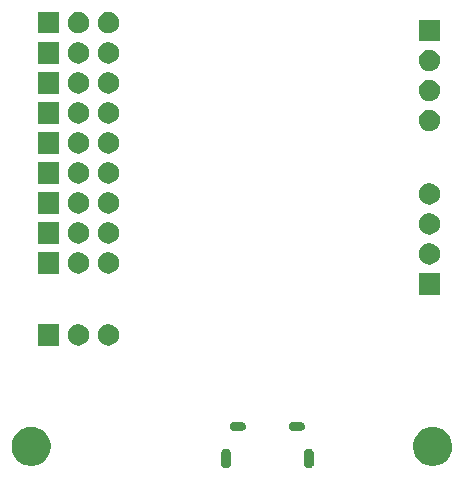
<source format=gbr>
G04 #@! TF.GenerationSoftware,KiCad,Pcbnew,(5.1.5)-3*
G04 #@! TF.CreationDate,2021-09-06T10:27:39+09:00*
G04 #@! TF.ProjectId,MKSP32_v2,4d4b5350-3332-45f7-9632-2e6b69636164,rev?*
G04 #@! TF.SameCoordinates,Original*
G04 #@! TF.FileFunction,Soldermask,Bot*
G04 #@! TF.FilePolarity,Negative*
%FSLAX46Y46*%
G04 Gerber Fmt 4.6, Leading zero omitted, Abs format (unit mm)*
G04 Created by KiCad (PCBNEW (5.1.5)-3) date 2021-09-06 10:27:39*
%MOMM*%
%LPD*%
G04 APERTURE LIST*
%ADD10C,0.100000*%
G04 APERTURE END LIST*
D10*
G36*
X96585960Y-79180345D02*
G01*
X96647111Y-79198895D01*
X96668621Y-79205420D01*
X96744795Y-79246136D01*
X96811567Y-79300933D01*
X96866364Y-79367705D01*
X96907080Y-79443878D01*
X96913605Y-79465388D01*
X96932155Y-79526539D01*
X96938500Y-79590964D01*
X96938500Y-80409036D01*
X96932155Y-80473461D01*
X96913605Y-80534612D01*
X96907080Y-80556122D01*
X96866364Y-80632295D01*
X96811567Y-80699067D01*
X96744795Y-80753864D01*
X96668622Y-80794580D01*
X96647112Y-80801105D01*
X96585961Y-80819655D01*
X96500000Y-80828121D01*
X96414040Y-80819655D01*
X96352889Y-80801105D01*
X96331379Y-80794580D01*
X96255206Y-80753864D01*
X96188434Y-80699067D01*
X96133637Y-80632295D01*
X96092919Y-80556118D01*
X96067845Y-80473462D01*
X96061500Y-80409037D01*
X96061500Y-79590964D01*
X96067845Y-79526542D01*
X96067845Y-79526540D01*
X96092919Y-79443883D01*
X96092920Y-79443879D01*
X96133636Y-79367705D01*
X96188433Y-79300933D01*
X96255205Y-79246136D01*
X96331378Y-79205420D01*
X96352888Y-79198895D01*
X96414039Y-79180345D01*
X96500000Y-79171879D01*
X96585960Y-79180345D01*
G37*
G36*
X103585960Y-79180345D02*
G01*
X103647111Y-79198895D01*
X103668621Y-79205420D01*
X103744795Y-79246136D01*
X103811567Y-79300933D01*
X103866364Y-79367705D01*
X103907080Y-79443878D01*
X103913605Y-79465388D01*
X103932155Y-79526539D01*
X103938500Y-79590964D01*
X103938500Y-80409036D01*
X103932155Y-80473461D01*
X103913605Y-80534612D01*
X103907080Y-80556122D01*
X103866364Y-80632295D01*
X103811567Y-80699067D01*
X103744795Y-80753864D01*
X103668622Y-80794580D01*
X103647112Y-80801105D01*
X103585961Y-80819655D01*
X103500000Y-80828121D01*
X103414040Y-80819655D01*
X103352889Y-80801105D01*
X103331379Y-80794580D01*
X103255206Y-80753864D01*
X103188434Y-80699067D01*
X103133637Y-80632295D01*
X103092919Y-80556118D01*
X103067845Y-80473462D01*
X103061500Y-80409037D01*
X103061500Y-79590964D01*
X103067845Y-79526542D01*
X103067845Y-79526540D01*
X103092919Y-79443883D01*
X103092920Y-79443879D01*
X103133636Y-79367705D01*
X103188433Y-79300933D01*
X103255205Y-79246136D01*
X103331378Y-79205420D01*
X103352888Y-79198895D01*
X103414039Y-79180345D01*
X103500000Y-79171879D01*
X103585960Y-79180345D01*
G37*
G36*
X114375256Y-77391298D02*
G01*
X114481579Y-77412447D01*
X114782042Y-77536903D01*
X115052451Y-77717585D01*
X115282415Y-77947549D01*
X115282416Y-77947551D01*
X115463098Y-78217960D01*
X115587553Y-78518422D01*
X115651000Y-78837389D01*
X115651000Y-79162611D01*
X115610204Y-79367704D01*
X115587553Y-79481579D01*
X115463097Y-79782042D01*
X115282415Y-80052451D01*
X115052451Y-80282415D01*
X114782042Y-80463097D01*
X114481579Y-80587553D01*
X114375256Y-80608702D01*
X114162611Y-80651000D01*
X113837389Y-80651000D01*
X113624744Y-80608702D01*
X113518421Y-80587553D01*
X113217958Y-80463097D01*
X112947549Y-80282415D01*
X112717585Y-80052451D01*
X112536903Y-79782042D01*
X112412447Y-79481579D01*
X112389796Y-79367704D01*
X112349000Y-79162611D01*
X112349000Y-78837389D01*
X112412447Y-78518422D01*
X112536902Y-78217960D01*
X112717584Y-77947551D01*
X112717585Y-77947549D01*
X112947549Y-77717585D01*
X113217958Y-77536903D01*
X113518421Y-77412447D01*
X113624744Y-77391298D01*
X113837389Y-77349000D01*
X114162611Y-77349000D01*
X114375256Y-77391298D01*
G37*
G36*
X80375256Y-77391298D02*
G01*
X80481579Y-77412447D01*
X80782042Y-77536903D01*
X81052451Y-77717585D01*
X81282415Y-77947549D01*
X81282416Y-77947551D01*
X81463098Y-78217960D01*
X81587553Y-78518422D01*
X81651000Y-78837389D01*
X81651000Y-79162611D01*
X81610204Y-79367704D01*
X81587553Y-79481579D01*
X81463097Y-79782042D01*
X81282415Y-80052451D01*
X81052451Y-80282415D01*
X80782042Y-80463097D01*
X80481579Y-80587553D01*
X80375256Y-80608702D01*
X80162611Y-80651000D01*
X79837389Y-80651000D01*
X79624744Y-80608702D01*
X79518421Y-80587553D01*
X79217958Y-80463097D01*
X78947549Y-80282415D01*
X78717585Y-80052451D01*
X78536903Y-79782042D01*
X78412447Y-79481579D01*
X78389796Y-79367704D01*
X78349000Y-79162611D01*
X78349000Y-78837389D01*
X78412447Y-78518422D01*
X78536902Y-78217960D01*
X78717584Y-77947551D01*
X78717585Y-77947549D01*
X78947549Y-77717585D01*
X79217958Y-77536903D01*
X79518421Y-77412447D01*
X79624744Y-77391298D01*
X79837389Y-77349000D01*
X80162611Y-77349000D01*
X80375256Y-77391298D01*
G37*
G36*
X97898710Y-76929440D02*
G01*
X97969585Y-76950940D01*
X98034904Y-76985854D01*
X98092159Y-77032841D01*
X98139146Y-77090096D01*
X98174060Y-77155415D01*
X98195560Y-77226290D01*
X98202819Y-77300000D01*
X98195560Y-77373710D01*
X98174060Y-77444585D01*
X98139146Y-77509904D01*
X98092159Y-77567159D01*
X98034904Y-77614146D01*
X97969585Y-77649060D01*
X97898710Y-77670560D01*
X97843472Y-77676000D01*
X97156528Y-77676000D01*
X97101290Y-77670560D01*
X97030415Y-77649060D01*
X96965096Y-77614146D01*
X96907841Y-77567159D01*
X96860854Y-77509904D01*
X96825940Y-77444585D01*
X96804440Y-77373710D01*
X96797181Y-77300000D01*
X96804440Y-77226290D01*
X96825940Y-77155415D01*
X96860854Y-77090096D01*
X96907841Y-77032841D01*
X96965096Y-76985854D01*
X97030415Y-76950940D01*
X97101290Y-76929440D01*
X97156528Y-76924000D01*
X97843472Y-76924000D01*
X97898710Y-76929440D01*
G37*
G36*
X102898710Y-76929440D02*
G01*
X102969585Y-76950940D01*
X103034904Y-76985854D01*
X103092159Y-77032841D01*
X103139146Y-77090096D01*
X103174060Y-77155415D01*
X103195560Y-77226290D01*
X103202819Y-77300000D01*
X103195560Y-77373710D01*
X103174060Y-77444585D01*
X103139146Y-77509904D01*
X103092159Y-77567159D01*
X103034904Y-77614146D01*
X102969585Y-77649060D01*
X102898710Y-77670560D01*
X102843472Y-77676000D01*
X102156528Y-77676000D01*
X102101290Y-77670560D01*
X102030415Y-77649060D01*
X101965096Y-77614146D01*
X101907841Y-77567159D01*
X101860854Y-77509904D01*
X101825940Y-77444585D01*
X101804440Y-77373710D01*
X101797181Y-77300000D01*
X101804440Y-77226290D01*
X101825940Y-77155415D01*
X101860854Y-77090096D01*
X101907841Y-77032841D01*
X101965096Y-76985854D01*
X102030415Y-76950940D01*
X102101290Y-76929440D01*
X102156528Y-76924000D01*
X102843472Y-76924000D01*
X102898710Y-76929440D01*
G37*
G36*
X82359000Y-70459000D02*
G01*
X80557000Y-70459000D01*
X80557000Y-68657000D01*
X82359000Y-68657000D01*
X82359000Y-70459000D01*
G37*
G36*
X86651512Y-68661927D02*
G01*
X86800812Y-68691624D01*
X86964784Y-68759544D01*
X87112354Y-68858147D01*
X87237853Y-68983646D01*
X87336456Y-69131216D01*
X87404376Y-69295188D01*
X87439000Y-69469259D01*
X87439000Y-69646741D01*
X87404376Y-69820812D01*
X87336456Y-69984784D01*
X87237853Y-70132354D01*
X87112354Y-70257853D01*
X86964784Y-70356456D01*
X86800812Y-70424376D01*
X86651512Y-70454073D01*
X86626742Y-70459000D01*
X86449258Y-70459000D01*
X86424488Y-70454073D01*
X86275188Y-70424376D01*
X86111216Y-70356456D01*
X85963646Y-70257853D01*
X85838147Y-70132354D01*
X85739544Y-69984784D01*
X85671624Y-69820812D01*
X85637000Y-69646741D01*
X85637000Y-69469259D01*
X85671624Y-69295188D01*
X85739544Y-69131216D01*
X85838147Y-68983646D01*
X85963646Y-68858147D01*
X86111216Y-68759544D01*
X86275188Y-68691624D01*
X86424488Y-68661927D01*
X86449258Y-68657000D01*
X86626742Y-68657000D01*
X86651512Y-68661927D01*
G37*
G36*
X84111512Y-68661927D02*
G01*
X84260812Y-68691624D01*
X84424784Y-68759544D01*
X84572354Y-68858147D01*
X84697853Y-68983646D01*
X84796456Y-69131216D01*
X84864376Y-69295188D01*
X84899000Y-69469259D01*
X84899000Y-69646741D01*
X84864376Y-69820812D01*
X84796456Y-69984784D01*
X84697853Y-70132354D01*
X84572354Y-70257853D01*
X84424784Y-70356456D01*
X84260812Y-70424376D01*
X84111512Y-70454073D01*
X84086742Y-70459000D01*
X83909258Y-70459000D01*
X83884488Y-70454073D01*
X83735188Y-70424376D01*
X83571216Y-70356456D01*
X83423646Y-70257853D01*
X83298147Y-70132354D01*
X83199544Y-69984784D01*
X83131624Y-69820812D01*
X83097000Y-69646741D01*
X83097000Y-69469259D01*
X83131624Y-69295188D01*
X83199544Y-69131216D01*
X83298147Y-68983646D01*
X83423646Y-68858147D01*
X83571216Y-68759544D01*
X83735188Y-68691624D01*
X83884488Y-68661927D01*
X83909258Y-68657000D01*
X84086742Y-68657000D01*
X84111512Y-68661927D01*
G37*
G36*
X114617000Y-66141000D02*
G01*
X112815000Y-66141000D01*
X112815000Y-64339000D01*
X114617000Y-64339000D01*
X114617000Y-66141000D01*
G37*
G36*
X86651512Y-62565927D02*
G01*
X86800812Y-62595624D01*
X86964784Y-62663544D01*
X87112354Y-62762147D01*
X87237853Y-62887646D01*
X87336456Y-63035216D01*
X87404376Y-63199188D01*
X87439000Y-63373259D01*
X87439000Y-63550741D01*
X87404376Y-63724812D01*
X87336456Y-63888784D01*
X87237853Y-64036354D01*
X87112354Y-64161853D01*
X86964784Y-64260456D01*
X86800812Y-64328376D01*
X86651512Y-64358073D01*
X86626742Y-64363000D01*
X86449258Y-64363000D01*
X86424488Y-64358073D01*
X86275188Y-64328376D01*
X86111216Y-64260456D01*
X85963646Y-64161853D01*
X85838147Y-64036354D01*
X85739544Y-63888784D01*
X85671624Y-63724812D01*
X85637000Y-63550741D01*
X85637000Y-63373259D01*
X85671624Y-63199188D01*
X85739544Y-63035216D01*
X85838147Y-62887646D01*
X85963646Y-62762147D01*
X86111216Y-62663544D01*
X86275188Y-62595624D01*
X86424488Y-62565927D01*
X86449258Y-62561000D01*
X86626742Y-62561000D01*
X86651512Y-62565927D01*
G37*
G36*
X84111512Y-62565927D02*
G01*
X84260812Y-62595624D01*
X84424784Y-62663544D01*
X84572354Y-62762147D01*
X84697853Y-62887646D01*
X84796456Y-63035216D01*
X84864376Y-63199188D01*
X84899000Y-63373259D01*
X84899000Y-63550741D01*
X84864376Y-63724812D01*
X84796456Y-63888784D01*
X84697853Y-64036354D01*
X84572354Y-64161853D01*
X84424784Y-64260456D01*
X84260812Y-64328376D01*
X84111512Y-64358073D01*
X84086742Y-64363000D01*
X83909258Y-64363000D01*
X83884488Y-64358073D01*
X83735188Y-64328376D01*
X83571216Y-64260456D01*
X83423646Y-64161853D01*
X83298147Y-64036354D01*
X83199544Y-63888784D01*
X83131624Y-63724812D01*
X83097000Y-63550741D01*
X83097000Y-63373259D01*
X83131624Y-63199188D01*
X83199544Y-63035216D01*
X83298147Y-62887646D01*
X83423646Y-62762147D01*
X83571216Y-62663544D01*
X83735188Y-62595624D01*
X83884488Y-62565927D01*
X83909258Y-62561000D01*
X84086742Y-62561000D01*
X84111512Y-62565927D01*
G37*
G36*
X82359000Y-64363000D02*
G01*
X80557000Y-64363000D01*
X80557000Y-62561000D01*
X82359000Y-62561000D01*
X82359000Y-64363000D01*
G37*
G36*
X113829512Y-61803927D02*
G01*
X113978812Y-61833624D01*
X114142784Y-61901544D01*
X114290354Y-62000147D01*
X114415853Y-62125646D01*
X114514456Y-62273216D01*
X114582376Y-62437188D01*
X114617000Y-62611259D01*
X114617000Y-62788741D01*
X114582376Y-62962812D01*
X114514456Y-63126784D01*
X114415853Y-63274354D01*
X114290354Y-63399853D01*
X114142784Y-63498456D01*
X113978812Y-63566376D01*
X113829512Y-63596073D01*
X113804742Y-63601000D01*
X113627258Y-63601000D01*
X113602488Y-63596073D01*
X113453188Y-63566376D01*
X113289216Y-63498456D01*
X113141646Y-63399853D01*
X113016147Y-63274354D01*
X112917544Y-63126784D01*
X112849624Y-62962812D01*
X112815000Y-62788741D01*
X112815000Y-62611259D01*
X112849624Y-62437188D01*
X112917544Y-62273216D01*
X113016147Y-62125646D01*
X113141646Y-62000147D01*
X113289216Y-61901544D01*
X113453188Y-61833624D01*
X113602488Y-61803927D01*
X113627258Y-61799000D01*
X113804742Y-61799000D01*
X113829512Y-61803927D01*
G37*
G36*
X82359000Y-61823000D02*
G01*
X80557000Y-61823000D01*
X80557000Y-60021000D01*
X82359000Y-60021000D01*
X82359000Y-61823000D01*
G37*
G36*
X86651512Y-60025927D02*
G01*
X86800812Y-60055624D01*
X86964784Y-60123544D01*
X87112354Y-60222147D01*
X87237853Y-60347646D01*
X87336456Y-60495216D01*
X87404376Y-60659188D01*
X87439000Y-60833259D01*
X87439000Y-61010741D01*
X87404376Y-61184812D01*
X87336456Y-61348784D01*
X87237853Y-61496354D01*
X87112354Y-61621853D01*
X86964784Y-61720456D01*
X86800812Y-61788376D01*
X86651512Y-61818073D01*
X86626742Y-61823000D01*
X86449258Y-61823000D01*
X86424488Y-61818073D01*
X86275188Y-61788376D01*
X86111216Y-61720456D01*
X85963646Y-61621853D01*
X85838147Y-61496354D01*
X85739544Y-61348784D01*
X85671624Y-61184812D01*
X85637000Y-61010741D01*
X85637000Y-60833259D01*
X85671624Y-60659188D01*
X85739544Y-60495216D01*
X85838147Y-60347646D01*
X85963646Y-60222147D01*
X86111216Y-60123544D01*
X86275188Y-60055624D01*
X86424488Y-60025927D01*
X86449258Y-60021000D01*
X86626742Y-60021000D01*
X86651512Y-60025927D01*
G37*
G36*
X84111512Y-60025927D02*
G01*
X84260812Y-60055624D01*
X84424784Y-60123544D01*
X84572354Y-60222147D01*
X84697853Y-60347646D01*
X84796456Y-60495216D01*
X84864376Y-60659188D01*
X84899000Y-60833259D01*
X84899000Y-61010741D01*
X84864376Y-61184812D01*
X84796456Y-61348784D01*
X84697853Y-61496354D01*
X84572354Y-61621853D01*
X84424784Y-61720456D01*
X84260812Y-61788376D01*
X84111512Y-61818073D01*
X84086742Y-61823000D01*
X83909258Y-61823000D01*
X83884488Y-61818073D01*
X83735188Y-61788376D01*
X83571216Y-61720456D01*
X83423646Y-61621853D01*
X83298147Y-61496354D01*
X83199544Y-61348784D01*
X83131624Y-61184812D01*
X83097000Y-61010741D01*
X83097000Y-60833259D01*
X83131624Y-60659188D01*
X83199544Y-60495216D01*
X83298147Y-60347646D01*
X83423646Y-60222147D01*
X83571216Y-60123544D01*
X83735188Y-60055624D01*
X83884488Y-60025927D01*
X83909258Y-60021000D01*
X84086742Y-60021000D01*
X84111512Y-60025927D01*
G37*
G36*
X113829512Y-59263927D02*
G01*
X113978812Y-59293624D01*
X114142784Y-59361544D01*
X114290354Y-59460147D01*
X114415853Y-59585646D01*
X114514456Y-59733216D01*
X114582376Y-59897188D01*
X114617000Y-60071259D01*
X114617000Y-60248741D01*
X114582376Y-60422812D01*
X114514456Y-60586784D01*
X114415853Y-60734354D01*
X114290354Y-60859853D01*
X114142784Y-60958456D01*
X113978812Y-61026376D01*
X113829512Y-61056073D01*
X113804742Y-61061000D01*
X113627258Y-61061000D01*
X113602488Y-61056073D01*
X113453188Y-61026376D01*
X113289216Y-60958456D01*
X113141646Y-60859853D01*
X113016147Y-60734354D01*
X112917544Y-60586784D01*
X112849624Y-60422812D01*
X112815000Y-60248741D01*
X112815000Y-60071259D01*
X112849624Y-59897188D01*
X112917544Y-59733216D01*
X113016147Y-59585646D01*
X113141646Y-59460147D01*
X113289216Y-59361544D01*
X113453188Y-59293624D01*
X113602488Y-59263927D01*
X113627258Y-59259000D01*
X113804742Y-59259000D01*
X113829512Y-59263927D01*
G37*
G36*
X86651512Y-57485927D02*
G01*
X86800812Y-57515624D01*
X86964784Y-57583544D01*
X87112354Y-57682147D01*
X87237853Y-57807646D01*
X87336456Y-57955216D01*
X87404376Y-58119188D01*
X87439000Y-58293259D01*
X87439000Y-58470741D01*
X87404376Y-58644812D01*
X87336456Y-58808784D01*
X87237853Y-58956354D01*
X87112354Y-59081853D01*
X86964784Y-59180456D01*
X86800812Y-59248376D01*
X86651512Y-59278073D01*
X86626742Y-59283000D01*
X86449258Y-59283000D01*
X86424488Y-59278073D01*
X86275188Y-59248376D01*
X86111216Y-59180456D01*
X85963646Y-59081853D01*
X85838147Y-58956354D01*
X85739544Y-58808784D01*
X85671624Y-58644812D01*
X85637000Y-58470741D01*
X85637000Y-58293259D01*
X85671624Y-58119188D01*
X85739544Y-57955216D01*
X85838147Y-57807646D01*
X85963646Y-57682147D01*
X86111216Y-57583544D01*
X86275188Y-57515624D01*
X86424488Y-57485927D01*
X86449258Y-57481000D01*
X86626742Y-57481000D01*
X86651512Y-57485927D01*
G37*
G36*
X82359000Y-59283000D02*
G01*
X80557000Y-59283000D01*
X80557000Y-57481000D01*
X82359000Y-57481000D01*
X82359000Y-59283000D01*
G37*
G36*
X84111512Y-57485927D02*
G01*
X84260812Y-57515624D01*
X84424784Y-57583544D01*
X84572354Y-57682147D01*
X84697853Y-57807646D01*
X84796456Y-57955216D01*
X84864376Y-58119188D01*
X84899000Y-58293259D01*
X84899000Y-58470741D01*
X84864376Y-58644812D01*
X84796456Y-58808784D01*
X84697853Y-58956354D01*
X84572354Y-59081853D01*
X84424784Y-59180456D01*
X84260812Y-59248376D01*
X84111512Y-59278073D01*
X84086742Y-59283000D01*
X83909258Y-59283000D01*
X83884488Y-59278073D01*
X83735188Y-59248376D01*
X83571216Y-59180456D01*
X83423646Y-59081853D01*
X83298147Y-58956354D01*
X83199544Y-58808784D01*
X83131624Y-58644812D01*
X83097000Y-58470741D01*
X83097000Y-58293259D01*
X83131624Y-58119188D01*
X83199544Y-57955216D01*
X83298147Y-57807646D01*
X83423646Y-57682147D01*
X83571216Y-57583544D01*
X83735188Y-57515624D01*
X83884488Y-57485927D01*
X83909258Y-57481000D01*
X84086742Y-57481000D01*
X84111512Y-57485927D01*
G37*
G36*
X113829512Y-56723927D02*
G01*
X113978812Y-56753624D01*
X114142784Y-56821544D01*
X114290354Y-56920147D01*
X114415853Y-57045646D01*
X114514456Y-57193216D01*
X114582376Y-57357188D01*
X114617000Y-57531259D01*
X114617000Y-57708741D01*
X114582376Y-57882812D01*
X114514456Y-58046784D01*
X114415853Y-58194354D01*
X114290354Y-58319853D01*
X114142784Y-58418456D01*
X113978812Y-58486376D01*
X113829512Y-58516073D01*
X113804742Y-58521000D01*
X113627258Y-58521000D01*
X113602488Y-58516073D01*
X113453188Y-58486376D01*
X113289216Y-58418456D01*
X113141646Y-58319853D01*
X113016147Y-58194354D01*
X112917544Y-58046784D01*
X112849624Y-57882812D01*
X112815000Y-57708741D01*
X112815000Y-57531259D01*
X112849624Y-57357188D01*
X112917544Y-57193216D01*
X113016147Y-57045646D01*
X113141646Y-56920147D01*
X113289216Y-56821544D01*
X113453188Y-56753624D01*
X113602488Y-56723927D01*
X113627258Y-56719000D01*
X113804742Y-56719000D01*
X113829512Y-56723927D01*
G37*
G36*
X86651512Y-54945927D02*
G01*
X86800812Y-54975624D01*
X86964784Y-55043544D01*
X87112354Y-55142147D01*
X87237853Y-55267646D01*
X87336456Y-55415216D01*
X87404376Y-55579188D01*
X87439000Y-55753259D01*
X87439000Y-55930741D01*
X87404376Y-56104812D01*
X87336456Y-56268784D01*
X87237853Y-56416354D01*
X87112354Y-56541853D01*
X86964784Y-56640456D01*
X86800812Y-56708376D01*
X86651512Y-56738073D01*
X86626742Y-56743000D01*
X86449258Y-56743000D01*
X86424488Y-56738073D01*
X86275188Y-56708376D01*
X86111216Y-56640456D01*
X85963646Y-56541853D01*
X85838147Y-56416354D01*
X85739544Y-56268784D01*
X85671624Y-56104812D01*
X85637000Y-55930741D01*
X85637000Y-55753259D01*
X85671624Y-55579188D01*
X85739544Y-55415216D01*
X85838147Y-55267646D01*
X85963646Y-55142147D01*
X86111216Y-55043544D01*
X86275188Y-54975624D01*
X86424488Y-54945927D01*
X86449258Y-54941000D01*
X86626742Y-54941000D01*
X86651512Y-54945927D01*
G37*
G36*
X84111512Y-54945927D02*
G01*
X84260812Y-54975624D01*
X84424784Y-55043544D01*
X84572354Y-55142147D01*
X84697853Y-55267646D01*
X84796456Y-55415216D01*
X84864376Y-55579188D01*
X84899000Y-55753259D01*
X84899000Y-55930741D01*
X84864376Y-56104812D01*
X84796456Y-56268784D01*
X84697853Y-56416354D01*
X84572354Y-56541853D01*
X84424784Y-56640456D01*
X84260812Y-56708376D01*
X84111512Y-56738073D01*
X84086742Y-56743000D01*
X83909258Y-56743000D01*
X83884488Y-56738073D01*
X83735188Y-56708376D01*
X83571216Y-56640456D01*
X83423646Y-56541853D01*
X83298147Y-56416354D01*
X83199544Y-56268784D01*
X83131624Y-56104812D01*
X83097000Y-55930741D01*
X83097000Y-55753259D01*
X83131624Y-55579188D01*
X83199544Y-55415216D01*
X83298147Y-55267646D01*
X83423646Y-55142147D01*
X83571216Y-55043544D01*
X83735188Y-54975624D01*
X83884488Y-54945927D01*
X83909258Y-54941000D01*
X84086742Y-54941000D01*
X84111512Y-54945927D01*
G37*
G36*
X82359000Y-56743000D02*
G01*
X80557000Y-56743000D01*
X80557000Y-54941000D01*
X82359000Y-54941000D01*
X82359000Y-56743000D01*
G37*
G36*
X84113512Y-52405927D02*
G01*
X84262812Y-52435624D01*
X84426784Y-52503544D01*
X84574354Y-52602147D01*
X84699853Y-52727646D01*
X84798456Y-52875216D01*
X84866376Y-53039188D01*
X84901000Y-53213259D01*
X84901000Y-53390741D01*
X84866376Y-53564812D01*
X84798456Y-53728784D01*
X84699853Y-53876354D01*
X84574354Y-54001853D01*
X84426784Y-54100456D01*
X84262812Y-54168376D01*
X84113512Y-54198073D01*
X84088742Y-54203000D01*
X83911258Y-54203000D01*
X83886488Y-54198073D01*
X83737188Y-54168376D01*
X83573216Y-54100456D01*
X83425646Y-54001853D01*
X83300147Y-53876354D01*
X83201544Y-53728784D01*
X83133624Y-53564812D01*
X83099000Y-53390741D01*
X83099000Y-53213259D01*
X83133624Y-53039188D01*
X83201544Y-52875216D01*
X83300147Y-52727646D01*
X83425646Y-52602147D01*
X83573216Y-52503544D01*
X83737188Y-52435624D01*
X83886488Y-52405927D01*
X83911258Y-52401000D01*
X84088742Y-52401000D01*
X84113512Y-52405927D01*
G37*
G36*
X86653512Y-52405927D02*
G01*
X86802812Y-52435624D01*
X86966784Y-52503544D01*
X87114354Y-52602147D01*
X87239853Y-52727646D01*
X87338456Y-52875216D01*
X87406376Y-53039188D01*
X87441000Y-53213259D01*
X87441000Y-53390741D01*
X87406376Y-53564812D01*
X87338456Y-53728784D01*
X87239853Y-53876354D01*
X87114354Y-54001853D01*
X86966784Y-54100456D01*
X86802812Y-54168376D01*
X86653512Y-54198073D01*
X86628742Y-54203000D01*
X86451258Y-54203000D01*
X86426488Y-54198073D01*
X86277188Y-54168376D01*
X86113216Y-54100456D01*
X85965646Y-54001853D01*
X85840147Y-53876354D01*
X85741544Y-53728784D01*
X85673624Y-53564812D01*
X85639000Y-53390741D01*
X85639000Y-53213259D01*
X85673624Y-53039188D01*
X85741544Y-52875216D01*
X85840147Y-52727646D01*
X85965646Y-52602147D01*
X86113216Y-52503544D01*
X86277188Y-52435624D01*
X86426488Y-52405927D01*
X86451258Y-52401000D01*
X86628742Y-52401000D01*
X86653512Y-52405927D01*
G37*
G36*
X82361000Y-54203000D02*
G01*
X80559000Y-54203000D01*
X80559000Y-52401000D01*
X82361000Y-52401000D01*
X82361000Y-54203000D01*
G37*
G36*
X113820769Y-50499188D02*
G01*
X113978812Y-50530624D01*
X114142784Y-50598544D01*
X114290354Y-50697147D01*
X114415853Y-50822646D01*
X114514456Y-50970216D01*
X114582376Y-51134188D01*
X114617000Y-51308259D01*
X114617000Y-51485741D01*
X114582376Y-51659812D01*
X114514456Y-51823784D01*
X114415853Y-51971354D01*
X114290354Y-52096853D01*
X114142784Y-52195456D01*
X113978812Y-52263376D01*
X113829512Y-52293073D01*
X113804742Y-52298000D01*
X113627258Y-52298000D01*
X113602488Y-52293073D01*
X113453188Y-52263376D01*
X113289216Y-52195456D01*
X113141646Y-52096853D01*
X113016147Y-51971354D01*
X112917544Y-51823784D01*
X112849624Y-51659812D01*
X112815000Y-51485741D01*
X112815000Y-51308259D01*
X112849624Y-51134188D01*
X112917544Y-50970216D01*
X113016147Y-50822646D01*
X113141646Y-50697147D01*
X113289216Y-50598544D01*
X113453188Y-50530624D01*
X113611231Y-50499188D01*
X113627258Y-50496000D01*
X113804742Y-50496000D01*
X113820769Y-50499188D01*
G37*
G36*
X86651512Y-49865927D02*
G01*
X86800812Y-49895624D01*
X86964784Y-49963544D01*
X87112354Y-50062147D01*
X87237853Y-50187646D01*
X87336456Y-50335216D01*
X87404376Y-50499188D01*
X87439000Y-50673259D01*
X87439000Y-50850741D01*
X87404376Y-51024812D01*
X87336456Y-51188784D01*
X87237853Y-51336354D01*
X87112354Y-51461853D01*
X86964784Y-51560456D01*
X86800812Y-51628376D01*
X86651512Y-51658073D01*
X86626742Y-51663000D01*
X86449258Y-51663000D01*
X86424488Y-51658073D01*
X86275188Y-51628376D01*
X86111216Y-51560456D01*
X85963646Y-51461853D01*
X85838147Y-51336354D01*
X85739544Y-51188784D01*
X85671624Y-51024812D01*
X85637000Y-50850741D01*
X85637000Y-50673259D01*
X85671624Y-50499188D01*
X85739544Y-50335216D01*
X85838147Y-50187646D01*
X85963646Y-50062147D01*
X86111216Y-49963544D01*
X86275188Y-49895624D01*
X86424488Y-49865927D01*
X86449258Y-49861000D01*
X86626742Y-49861000D01*
X86651512Y-49865927D01*
G37*
G36*
X82359000Y-51663000D02*
G01*
X80557000Y-51663000D01*
X80557000Y-49861000D01*
X82359000Y-49861000D01*
X82359000Y-51663000D01*
G37*
G36*
X84111512Y-49865927D02*
G01*
X84260812Y-49895624D01*
X84424784Y-49963544D01*
X84572354Y-50062147D01*
X84697853Y-50187646D01*
X84796456Y-50335216D01*
X84864376Y-50499188D01*
X84899000Y-50673259D01*
X84899000Y-50850741D01*
X84864376Y-51024812D01*
X84796456Y-51188784D01*
X84697853Y-51336354D01*
X84572354Y-51461853D01*
X84424784Y-51560456D01*
X84260812Y-51628376D01*
X84111512Y-51658073D01*
X84086742Y-51663000D01*
X83909258Y-51663000D01*
X83884488Y-51658073D01*
X83735188Y-51628376D01*
X83571216Y-51560456D01*
X83423646Y-51461853D01*
X83298147Y-51336354D01*
X83199544Y-51188784D01*
X83131624Y-51024812D01*
X83097000Y-50850741D01*
X83097000Y-50673259D01*
X83131624Y-50499188D01*
X83199544Y-50335216D01*
X83298147Y-50187646D01*
X83423646Y-50062147D01*
X83571216Y-49963544D01*
X83735188Y-49895624D01*
X83884488Y-49865927D01*
X83909258Y-49861000D01*
X84086742Y-49861000D01*
X84111512Y-49865927D01*
G37*
G36*
X113820769Y-47959188D02*
G01*
X113978812Y-47990624D01*
X114142784Y-48058544D01*
X114290354Y-48157147D01*
X114415853Y-48282646D01*
X114514456Y-48430216D01*
X114582376Y-48594188D01*
X114617000Y-48768259D01*
X114617000Y-48945741D01*
X114582376Y-49119812D01*
X114514456Y-49283784D01*
X114415853Y-49431354D01*
X114290354Y-49556853D01*
X114142784Y-49655456D01*
X113978812Y-49723376D01*
X113829512Y-49753073D01*
X113804742Y-49758000D01*
X113627258Y-49758000D01*
X113602488Y-49753073D01*
X113453188Y-49723376D01*
X113289216Y-49655456D01*
X113141646Y-49556853D01*
X113016147Y-49431354D01*
X112917544Y-49283784D01*
X112849624Y-49119812D01*
X112815000Y-48945741D01*
X112815000Y-48768259D01*
X112849624Y-48594188D01*
X112917544Y-48430216D01*
X113016147Y-48282646D01*
X113141646Y-48157147D01*
X113289216Y-48058544D01*
X113453188Y-47990624D01*
X113611231Y-47959188D01*
X113627258Y-47956000D01*
X113804742Y-47956000D01*
X113820769Y-47959188D01*
G37*
G36*
X84113512Y-47325927D02*
G01*
X84262812Y-47355624D01*
X84426784Y-47423544D01*
X84574354Y-47522147D01*
X84699853Y-47647646D01*
X84798456Y-47795216D01*
X84866376Y-47959188D01*
X84901000Y-48133259D01*
X84901000Y-48310741D01*
X84866376Y-48484812D01*
X84798456Y-48648784D01*
X84699853Y-48796354D01*
X84574354Y-48921853D01*
X84426784Y-49020456D01*
X84262812Y-49088376D01*
X84113512Y-49118073D01*
X84088742Y-49123000D01*
X83911258Y-49123000D01*
X83886488Y-49118073D01*
X83737188Y-49088376D01*
X83573216Y-49020456D01*
X83425646Y-48921853D01*
X83300147Y-48796354D01*
X83201544Y-48648784D01*
X83133624Y-48484812D01*
X83099000Y-48310741D01*
X83099000Y-48133259D01*
X83133624Y-47959188D01*
X83201544Y-47795216D01*
X83300147Y-47647646D01*
X83425646Y-47522147D01*
X83573216Y-47423544D01*
X83737188Y-47355624D01*
X83886488Y-47325927D01*
X83911258Y-47321000D01*
X84088742Y-47321000D01*
X84113512Y-47325927D01*
G37*
G36*
X86653512Y-47325927D02*
G01*
X86802812Y-47355624D01*
X86966784Y-47423544D01*
X87114354Y-47522147D01*
X87239853Y-47647646D01*
X87338456Y-47795216D01*
X87406376Y-47959188D01*
X87441000Y-48133259D01*
X87441000Y-48310741D01*
X87406376Y-48484812D01*
X87338456Y-48648784D01*
X87239853Y-48796354D01*
X87114354Y-48921853D01*
X86966784Y-49020456D01*
X86802812Y-49088376D01*
X86653512Y-49118073D01*
X86628742Y-49123000D01*
X86451258Y-49123000D01*
X86426488Y-49118073D01*
X86277188Y-49088376D01*
X86113216Y-49020456D01*
X85965646Y-48921853D01*
X85840147Y-48796354D01*
X85741544Y-48648784D01*
X85673624Y-48484812D01*
X85639000Y-48310741D01*
X85639000Y-48133259D01*
X85673624Y-47959188D01*
X85741544Y-47795216D01*
X85840147Y-47647646D01*
X85965646Y-47522147D01*
X86113216Y-47423544D01*
X86277188Y-47355624D01*
X86426488Y-47325927D01*
X86451258Y-47321000D01*
X86628742Y-47321000D01*
X86653512Y-47325927D01*
G37*
G36*
X82361000Y-49123000D02*
G01*
X80559000Y-49123000D01*
X80559000Y-47321000D01*
X82361000Y-47321000D01*
X82361000Y-49123000D01*
G37*
G36*
X113820769Y-45419188D02*
G01*
X113978812Y-45450624D01*
X114142784Y-45518544D01*
X114290354Y-45617147D01*
X114415853Y-45742646D01*
X114514456Y-45890216D01*
X114582376Y-46054188D01*
X114617000Y-46228259D01*
X114617000Y-46405741D01*
X114582376Y-46579812D01*
X114514456Y-46743784D01*
X114415853Y-46891354D01*
X114290354Y-47016853D01*
X114142784Y-47115456D01*
X113978812Y-47183376D01*
X113829512Y-47213073D01*
X113804742Y-47218000D01*
X113627258Y-47218000D01*
X113602488Y-47213073D01*
X113453188Y-47183376D01*
X113289216Y-47115456D01*
X113141646Y-47016853D01*
X113016147Y-46891354D01*
X112917544Y-46743784D01*
X112849624Y-46579812D01*
X112815000Y-46405741D01*
X112815000Y-46228259D01*
X112849624Y-46054188D01*
X112917544Y-45890216D01*
X113016147Y-45742646D01*
X113141646Y-45617147D01*
X113289216Y-45518544D01*
X113453188Y-45450624D01*
X113611231Y-45419188D01*
X113627258Y-45416000D01*
X113804742Y-45416000D01*
X113820769Y-45419188D01*
G37*
G36*
X86651512Y-44785927D02*
G01*
X86800812Y-44815624D01*
X86964784Y-44883544D01*
X87112354Y-44982147D01*
X87237853Y-45107646D01*
X87336456Y-45255216D01*
X87404376Y-45419188D01*
X87439000Y-45593259D01*
X87439000Y-45770741D01*
X87404376Y-45944812D01*
X87336456Y-46108784D01*
X87237853Y-46256354D01*
X87112354Y-46381853D01*
X86964784Y-46480456D01*
X86800812Y-46548376D01*
X86651512Y-46578073D01*
X86626742Y-46583000D01*
X86449258Y-46583000D01*
X86424488Y-46578073D01*
X86275188Y-46548376D01*
X86111216Y-46480456D01*
X85963646Y-46381853D01*
X85838147Y-46256354D01*
X85739544Y-46108784D01*
X85671624Y-45944812D01*
X85637000Y-45770741D01*
X85637000Y-45593259D01*
X85671624Y-45419188D01*
X85739544Y-45255216D01*
X85838147Y-45107646D01*
X85963646Y-44982147D01*
X86111216Y-44883544D01*
X86275188Y-44815624D01*
X86424488Y-44785927D01*
X86449258Y-44781000D01*
X86626742Y-44781000D01*
X86651512Y-44785927D01*
G37*
G36*
X84111512Y-44785927D02*
G01*
X84260812Y-44815624D01*
X84424784Y-44883544D01*
X84572354Y-44982147D01*
X84697853Y-45107646D01*
X84796456Y-45255216D01*
X84864376Y-45419188D01*
X84899000Y-45593259D01*
X84899000Y-45770741D01*
X84864376Y-45944812D01*
X84796456Y-46108784D01*
X84697853Y-46256354D01*
X84572354Y-46381853D01*
X84424784Y-46480456D01*
X84260812Y-46548376D01*
X84111512Y-46578073D01*
X84086742Y-46583000D01*
X83909258Y-46583000D01*
X83884488Y-46578073D01*
X83735188Y-46548376D01*
X83571216Y-46480456D01*
X83423646Y-46381853D01*
X83298147Y-46256354D01*
X83199544Y-46108784D01*
X83131624Y-45944812D01*
X83097000Y-45770741D01*
X83097000Y-45593259D01*
X83131624Y-45419188D01*
X83199544Y-45255216D01*
X83298147Y-45107646D01*
X83423646Y-44982147D01*
X83571216Y-44883544D01*
X83735188Y-44815624D01*
X83884488Y-44785927D01*
X83909258Y-44781000D01*
X84086742Y-44781000D01*
X84111512Y-44785927D01*
G37*
G36*
X82359000Y-46583000D02*
G01*
X80557000Y-46583000D01*
X80557000Y-44781000D01*
X82359000Y-44781000D01*
X82359000Y-46583000D01*
G37*
G36*
X114617000Y-44678000D02*
G01*
X112815000Y-44678000D01*
X112815000Y-42876000D01*
X114617000Y-42876000D01*
X114617000Y-44678000D01*
G37*
G36*
X84113512Y-42223928D02*
G01*
X84262812Y-42253625D01*
X84426784Y-42321545D01*
X84574354Y-42420148D01*
X84699853Y-42545647D01*
X84798456Y-42693217D01*
X84866376Y-42857189D01*
X84901000Y-43031260D01*
X84901000Y-43208742D01*
X84866376Y-43382813D01*
X84798456Y-43546785D01*
X84699853Y-43694355D01*
X84574354Y-43819854D01*
X84426784Y-43918457D01*
X84262812Y-43986377D01*
X84113512Y-44016074D01*
X84088742Y-44021001D01*
X83911258Y-44021001D01*
X83886488Y-44016074D01*
X83737188Y-43986377D01*
X83573216Y-43918457D01*
X83425646Y-43819854D01*
X83300147Y-43694355D01*
X83201544Y-43546785D01*
X83133624Y-43382813D01*
X83099000Y-43208742D01*
X83099000Y-43031260D01*
X83133624Y-42857189D01*
X83201544Y-42693217D01*
X83300147Y-42545647D01*
X83425646Y-42420148D01*
X83573216Y-42321545D01*
X83737188Y-42253625D01*
X83886488Y-42223928D01*
X83911258Y-42219001D01*
X84088742Y-42219001D01*
X84113512Y-42223928D01*
G37*
G36*
X86653512Y-42223928D02*
G01*
X86802812Y-42253625D01*
X86966784Y-42321545D01*
X87114354Y-42420148D01*
X87239853Y-42545647D01*
X87338456Y-42693217D01*
X87406376Y-42857189D01*
X87441000Y-43031260D01*
X87441000Y-43208742D01*
X87406376Y-43382813D01*
X87338456Y-43546785D01*
X87239853Y-43694355D01*
X87114354Y-43819854D01*
X86966784Y-43918457D01*
X86802812Y-43986377D01*
X86653512Y-44016074D01*
X86628742Y-44021001D01*
X86451258Y-44021001D01*
X86426488Y-44016074D01*
X86277188Y-43986377D01*
X86113216Y-43918457D01*
X85965646Y-43819854D01*
X85840147Y-43694355D01*
X85741544Y-43546785D01*
X85673624Y-43382813D01*
X85639000Y-43208742D01*
X85639000Y-43031260D01*
X85673624Y-42857189D01*
X85741544Y-42693217D01*
X85840147Y-42545647D01*
X85965646Y-42420148D01*
X86113216Y-42321545D01*
X86277188Y-42253625D01*
X86426488Y-42223928D01*
X86451258Y-42219001D01*
X86628742Y-42219001D01*
X86653512Y-42223928D01*
G37*
G36*
X82361000Y-44021001D02*
G01*
X80559000Y-44021001D01*
X80559000Y-42219001D01*
X82361000Y-42219001D01*
X82361000Y-44021001D01*
G37*
M02*

</source>
